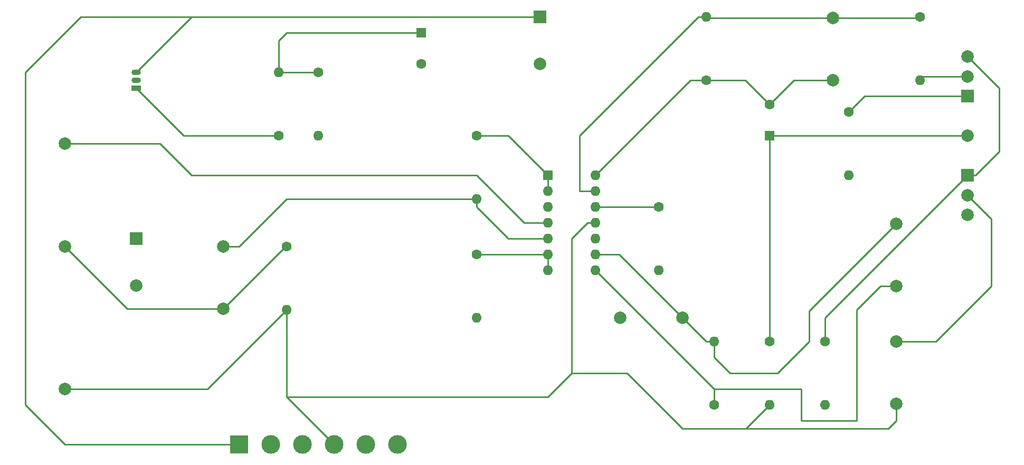
<source format=gbr>
G04 #@! TF.FileFunction,Copper,L1,Top,Signal*
%FSLAX46Y46*%
G04 Gerber Fmt 4.6, Leading zero omitted, Abs format (unit mm)*
G04 Created by KiCad (PCBNEW 4.0.7) date 03/22/19 11:19:21*
%MOMM*%
%LPD*%
G01*
G04 APERTURE LIST*
%ADD10C,0.100000*%
%ADD11R,1.600000X1.600000*%
%ADD12O,1.600000X1.600000*%
%ADD13C,1.600000*%
%ADD14R,1.998980X1.998980*%
%ADD15C,1.998980*%
%ADD16C,3.000000*%
%ADD17R,3.000000X3.000000*%
%ADD18C,2.000000*%
%ADD19O,1.500000X0.900000*%
%ADD20R,1.500000X0.900000*%
%ADD21R,2.000000X2.000000*%
%ADD22C,0.250000*%
G04 APERTURE END LIST*
D10*
D11*
X177800000Y-109220000D03*
D12*
X185420000Y-124460000D03*
X177800000Y-111760000D03*
X185420000Y-121920000D03*
X177800000Y-114300000D03*
X185420000Y-119380000D03*
X177800000Y-116840000D03*
X185420000Y-116840000D03*
X177800000Y-119380000D03*
X185420000Y-114300000D03*
X177800000Y-121920000D03*
X185420000Y-111760000D03*
X177800000Y-124460000D03*
X185420000Y-109220000D03*
D13*
X135890000Y-120650000D03*
D12*
X135890000Y-130810000D03*
D13*
X140970000Y-92710000D03*
D12*
X140970000Y-102870000D03*
D14*
X245110000Y-109220000D03*
D15*
X245110000Y-112395000D03*
X245110000Y-115570000D03*
D14*
X245110000Y-96520000D03*
D15*
X245110000Y-93345000D03*
X245110000Y-90170000D03*
D16*
X133350000Y-152400000D03*
X138430000Y-152400000D03*
D17*
X128270000Y-152400000D03*
D16*
X143510000Y-152400000D03*
X148590000Y-152400000D03*
X153670000Y-152400000D03*
D15*
X100330000Y-143510000D03*
X100330000Y-120650000D03*
X245110000Y-102870000D03*
D13*
X134620000Y-102870000D03*
D12*
X134620000Y-92710000D03*
D13*
X166370000Y-102870000D03*
D12*
X166370000Y-113030000D03*
D13*
X166370000Y-121920000D03*
D12*
X166370000Y-132080000D03*
D13*
X204470000Y-146050000D03*
D12*
X204470000Y-135890000D03*
D13*
X222250000Y-135890000D03*
D12*
X222250000Y-146050000D03*
D13*
X237490000Y-83820000D03*
D12*
X237490000Y-93980000D03*
D13*
X195580000Y-114300000D03*
D12*
X195580000Y-124460000D03*
D13*
X226060000Y-99060000D03*
D12*
X226060000Y-109220000D03*
D13*
X203200000Y-93980000D03*
D12*
X203200000Y-83820000D03*
D13*
X213360000Y-135890000D03*
D12*
X213360000Y-146050000D03*
D15*
X100330000Y-104140000D03*
D18*
X125730000Y-120650000D03*
X125730000Y-130650000D03*
X199390000Y-132080000D03*
X189390000Y-132080000D03*
X233680000Y-127000000D03*
X233680000Y-117000000D03*
X233680000Y-135890000D03*
X233680000Y-145890000D03*
X223520000Y-93980000D03*
X223520000Y-83980000D03*
D19*
X111760000Y-93980000D03*
X111760000Y-92710000D03*
D20*
X111760000Y-95250000D03*
D21*
X111760000Y-119380000D03*
D18*
X111760000Y-126880000D03*
D11*
X157480000Y-86360000D03*
D13*
X157480000Y-91360000D03*
D21*
X176530000Y-83820000D03*
D18*
X176530000Y-91320000D03*
D11*
X213360000Y-102870000D03*
D13*
X213360000Y-97870000D03*
D22*
X222250000Y-135890000D02*
X222250000Y-132080000D01*
X222250000Y-132080000D02*
X245110000Y-109220000D01*
X245110000Y-109220000D02*
X246380000Y-109220000D01*
X250190000Y-95250000D02*
X245110000Y-90170000D01*
X250190000Y-105410000D02*
X250190000Y-95250000D01*
X246380000Y-109220000D02*
X250190000Y-105410000D01*
X233680000Y-135890000D02*
X240030000Y-135890000D01*
X248920000Y-116205000D02*
X245110000Y-112395000D01*
X248920000Y-127000000D02*
X248920000Y-116205000D01*
X240030000Y-135890000D02*
X248920000Y-127000000D01*
X245110000Y-96520000D02*
X228600000Y-96520000D01*
X228600000Y-96520000D02*
X226060000Y-99060000D01*
X166370000Y-102870000D02*
X171450000Y-102870000D01*
X171450000Y-102870000D02*
X177800000Y-109220000D01*
X177800000Y-109220000D02*
X177800000Y-111760000D01*
X245110000Y-93345000D02*
X238125000Y-93345000D01*
X238125000Y-93345000D02*
X237490000Y-93980000D01*
X204470000Y-146050000D02*
X204470000Y-143510000D01*
X204470000Y-143510000D02*
X185420000Y-124460000D01*
X231140000Y-127000000D02*
X233680000Y-127000000D01*
X227330000Y-130810000D02*
X231140000Y-127000000D01*
X227330000Y-148590000D02*
X227330000Y-130810000D01*
X218440000Y-148590000D02*
X227330000Y-148590000D01*
X218440000Y-143510000D02*
X218440000Y-148590000D01*
X204470000Y-143510000D02*
X218440000Y-143510000D01*
X209550000Y-149860000D02*
X232410000Y-149860000D01*
X233680000Y-148590000D02*
X233680000Y-145890000D01*
X232410000Y-149860000D02*
X233680000Y-148590000D01*
X181610000Y-140970000D02*
X190500000Y-140970000D01*
X209550000Y-149860000D02*
X213360000Y-146050000D01*
X199390000Y-149860000D02*
X209550000Y-149860000D01*
X190500000Y-140970000D02*
X199390000Y-149860000D01*
X185420000Y-116840000D02*
X184150000Y-116840000D01*
X177800000Y-144780000D02*
X135890000Y-144780000D01*
X181610000Y-140970000D02*
X177800000Y-144780000D01*
X181610000Y-119380000D02*
X181610000Y-140970000D01*
X184150000Y-116840000D02*
X181610000Y-119380000D01*
X135890000Y-130810000D02*
X135890000Y-144780000D01*
X135890000Y-144780000D02*
X143510000Y-152400000D01*
X100330000Y-143510000D02*
X123190000Y-143510000D01*
X123190000Y-143510000D02*
X135890000Y-130810000D01*
X157480000Y-86360000D02*
X135890000Y-86360000D01*
X134620000Y-87630000D02*
X134620000Y-92710000D01*
X135890000Y-86360000D02*
X134620000Y-87630000D01*
X140970000Y-92710000D02*
X134620000Y-92710000D01*
X125730000Y-120650000D02*
X128270000Y-120650000D01*
X135890000Y-113030000D02*
X166370000Y-113030000D01*
X128270000Y-120650000D02*
X135890000Y-113030000D01*
X177800000Y-119380000D02*
X171450000Y-119380000D01*
X166370000Y-114300000D02*
X166370000Y-113030000D01*
X171450000Y-119380000D02*
X166370000Y-114300000D01*
X125730000Y-130650000D02*
X110330000Y-130650000D01*
X110330000Y-130650000D02*
X100330000Y-120650000D01*
X135890000Y-120650000D02*
X135730000Y-120650000D01*
X135730000Y-120650000D02*
X125730000Y-130650000D01*
X204470000Y-135890000D02*
X203200000Y-135890000D01*
X203200000Y-135890000D02*
X199390000Y-132080000D01*
X185420000Y-121920000D02*
X189230000Y-121920000D01*
X189230000Y-121920000D02*
X199390000Y-132080000D01*
X204470000Y-135890000D02*
X204470000Y-138430000D01*
X219710000Y-130970000D02*
X233680000Y-117000000D01*
X219710000Y-135890000D02*
X219710000Y-130970000D01*
X214630000Y-140970000D02*
X219710000Y-135890000D01*
X207010000Y-140970000D02*
X214630000Y-140970000D01*
X204470000Y-138430000D02*
X207010000Y-140970000D01*
X223520000Y-93980000D02*
X217250000Y-93980000D01*
X217250000Y-93980000D02*
X213360000Y-97870000D01*
X203200000Y-93980000D02*
X209470000Y-93980000D01*
X209470000Y-93980000D02*
X213360000Y-97870000D01*
X203200000Y-93980000D02*
X200660000Y-93980000D01*
X200660000Y-93980000D02*
X185420000Y-109220000D01*
X185420000Y-111760000D02*
X182880000Y-111760000D01*
X201930000Y-83820000D02*
X203200000Y-83820000D01*
X182880000Y-102870000D02*
X201930000Y-83820000D01*
X182880000Y-111760000D02*
X182880000Y-102870000D01*
X223520000Y-83980000D02*
X203360000Y-83980000D01*
X203360000Y-83980000D02*
X203200000Y-83820000D01*
X223520000Y-83980000D02*
X237330000Y-83980000D01*
X237330000Y-83980000D02*
X237490000Y-83820000D01*
X213360000Y-102870000D02*
X213360000Y-135890000D01*
X213360000Y-102870000D02*
X245110000Y-102870000D01*
X177800000Y-121920000D02*
X166370000Y-121920000D01*
X177800000Y-124460000D02*
X177800000Y-121920000D01*
X195580000Y-114300000D02*
X185420000Y-114300000D01*
X176530000Y-83820000D02*
X120650000Y-83820000D01*
X102870000Y-83820000D02*
X120650000Y-83820000D01*
X93980000Y-92710000D02*
X102870000Y-83820000D01*
X93980000Y-146050000D02*
X93980000Y-92710000D01*
X128270000Y-152400000D02*
X100330000Y-152400000D01*
X100330000Y-152400000D02*
X93980000Y-146050000D01*
X120650000Y-83820000D02*
X111760000Y-92710000D01*
X134620000Y-102870000D02*
X119380000Y-102870000D01*
X119380000Y-102870000D02*
X111760000Y-95250000D01*
X100330000Y-104140000D02*
X115570000Y-104140000D01*
X173990000Y-116840000D02*
X177800000Y-116840000D01*
X166370000Y-109220000D02*
X173990000Y-116840000D01*
X120650000Y-109220000D02*
X166370000Y-109220000D01*
X115570000Y-104140000D02*
X120650000Y-109220000D01*
M02*

</source>
